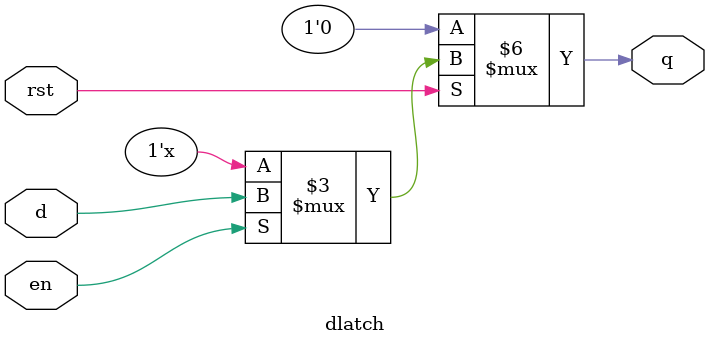
<source format=v>

module dlatch(
input en, d, rst, // en == clock
output reg q);

	always @(en or d or rst)
	begin
		if(!rst)
		   q <= 0;
		else
			if(en) 
			   q <= d;
	end

endmodule 
</source>
